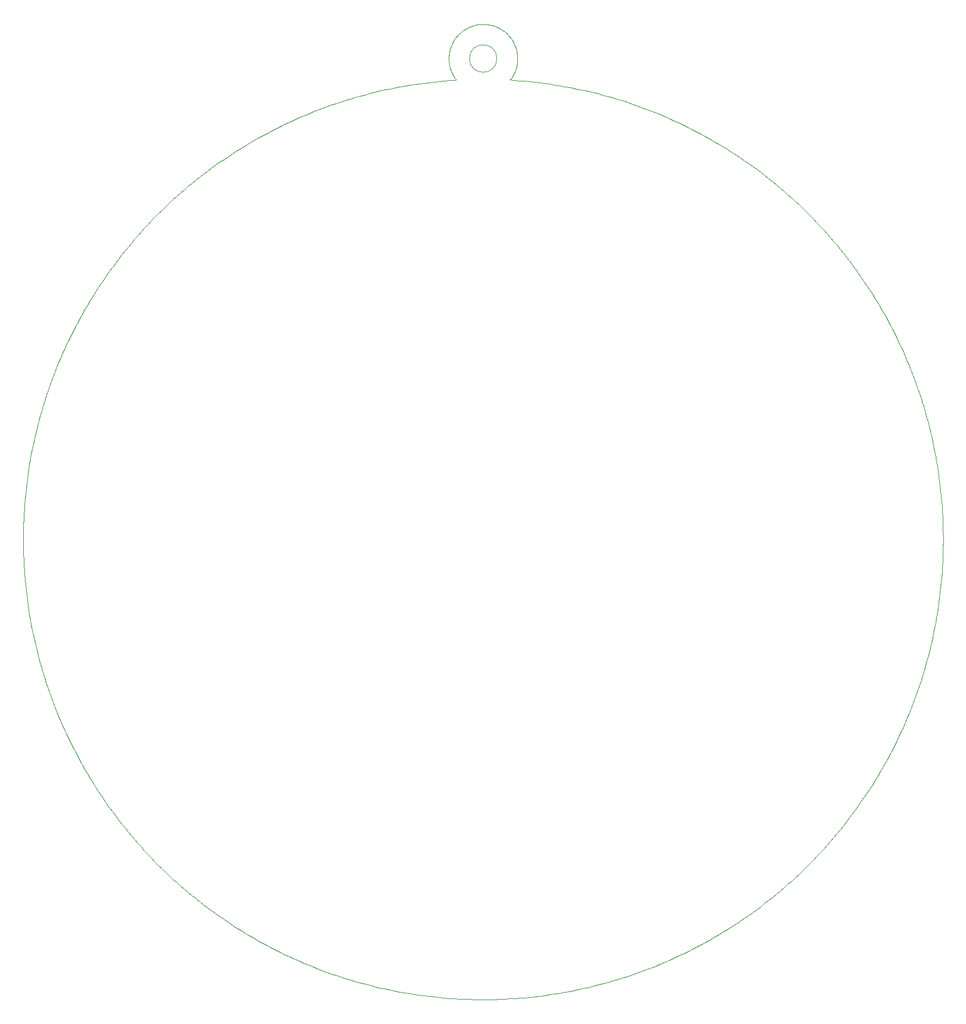
<source format=gbr>
%TF.GenerationSoftware,KiCad,Pcbnew,9.0.6-9.0.6~ubuntu24.04.1*%
%TF.CreationDate,2025-12-14T21:08:24-05:00*%
%TF.ProjectId,haxmas day 2,6861786d-6173-4206-9461-7920322e6b69,rev?*%
%TF.SameCoordinates,Original*%
%TF.FileFunction,Profile,NP*%
%FSLAX46Y46*%
G04 Gerber Fmt 4.6, Leading zero omitted, Abs format (unit mm)*
G04 Created by KiCad (PCBNEW 9.0.6-9.0.6~ubuntu24.04.1) date 2025-12-14 21:08:24*
%MOMM*%
%LPD*%
G01*
G04 APERTURE LIST*
%TA.AperFunction,Profile*%
%ADD10C,0.050000*%
%TD*%
G04 APERTURE END LIST*
D10*
X150150069Y-25001752D02*
X150349926Y-25011758D01*
X150549224Y-25029753D01*
X150747642Y-25055707D01*
X150944862Y-25089578D01*
X151140570Y-25131314D01*
X151334451Y-25180846D01*
X151526195Y-25238095D01*
X151715495Y-25302971D01*
X151902047Y-25375368D01*
X152085554Y-25455171D01*
X152265721Y-25542252D01*
X152442259Y-25636472D01*
X152614887Y-25737680D01*
X152783327Y-25845713D01*
X152947310Y-25960400D01*
X153106573Y-26081555D01*
X153260861Y-26208985D01*
X153409927Y-26342486D01*
X153553532Y-26481845D01*
X153691447Y-26626837D01*
X153823450Y-26777231D01*
X153949330Y-26932787D01*
X154068886Y-27093254D01*
X154181926Y-27258376D01*
X154288268Y-27427888D01*
X154387744Y-27601520D01*
X154480193Y-27778992D01*
X154565467Y-27960021D01*
X154643430Y-28144317D01*
X154713958Y-28331585D01*
X154776936Y-28521524D01*
X154832264Y-28713831D01*
X154879854Y-28908198D01*
X154919629Y-29104313D01*
X154951526Y-29301863D01*
X154975493Y-29500531D01*
X154991493Y-29699998D01*
X154999499Y-29899946D01*
X155000000Y-30000000D01*
X154999499Y-30100054D01*
X154991493Y-30300002D01*
X154975493Y-30499469D01*
X154951526Y-30698137D01*
X154919629Y-30895687D01*
X154879854Y-31091802D01*
X154832264Y-31286169D01*
X154776936Y-31478476D01*
X154713958Y-31668415D01*
X154643430Y-31855683D01*
X154565467Y-32039979D01*
X154480193Y-32221008D01*
X154387744Y-32398480D01*
X154288268Y-32572112D01*
X154181926Y-32741624D01*
X154068886Y-32906746D01*
X153949330Y-33067213D01*
X153911376Y-33114113D01*
X154572276Y-33155694D01*
X155302415Y-33209646D01*
X156031920Y-33271573D01*
X156760706Y-33341468D01*
X157488684Y-33419323D01*
X158215768Y-33505127D01*
X158941871Y-33598871D01*
X159666907Y-33700544D01*
X160390788Y-33810133D01*
X161113428Y-33927625D01*
X161834741Y-34053007D01*
X162554642Y-34186263D01*
X163273043Y-34327378D01*
X163989859Y-34476334D01*
X164705005Y-34633114D01*
X165418395Y-34797699D01*
X166129944Y-34970069D01*
X166839567Y-35150205D01*
X167547180Y-35338083D01*
X168252697Y-35533683D01*
X168956034Y-35736980D01*
X169657109Y-35947950D01*
X170355836Y-36166569D01*
X171052132Y-36392809D01*
X171745915Y-36626645D01*
X172437101Y-36868047D01*
X173125609Y-37116988D01*
X173811355Y-37373437D01*
X174494257Y-37637364D01*
X175174235Y-37908737D01*
X175851207Y-38187525D01*
X176525093Y-38473693D01*
X177195811Y-38767207D01*
X177863282Y-39068034D01*
X178527425Y-39376135D01*
X179188163Y-39691475D01*
X179845415Y-40014017D01*
X180499104Y-40343721D01*
X181149151Y-40680548D01*
X181795479Y-41024458D01*
X182438010Y-41375410D01*
X183076668Y-41733362D01*
X183711376Y-42098272D01*
X184342059Y-42470095D01*
X184968642Y-42848787D01*
X185591049Y-43234304D01*
X186209206Y-43626598D01*
X186823040Y-44025624D01*
X187432477Y-44431334D01*
X188037444Y-44843678D01*
X188637870Y-45262609D01*
X189233682Y-45688075D01*
X189824809Y-46120026D01*
X190411182Y-46558411D01*
X190992728Y-47003177D01*
X191569381Y-47454271D01*
X192141069Y-47911640D01*
X192707726Y-48375227D01*
X193269283Y-48844980D01*
X193825674Y-49320840D01*
X194376832Y-49802751D01*
X194922691Y-50290656D01*
X195463186Y-50784497D01*
X195998253Y-51284214D01*
X196527827Y-51789749D01*
X197051845Y-52301039D01*
X197570246Y-52818025D01*
X198082966Y-53340645D01*
X198589945Y-53868836D01*
X199091122Y-54402536D01*
X199586438Y-54941680D01*
X200075832Y-55486204D01*
X200559248Y-56036043D01*
X201036626Y-56591132D01*
X201507910Y-57151404D01*
X201973044Y-57716792D01*
X202431973Y-58287229D01*
X202884640Y-58862647D01*
X203330993Y-59442977D01*
X203770979Y-60028149D01*
X204204543Y-60618094D01*
X204631636Y-61212742D01*
X205052205Y-61812021D01*
X205466200Y-62415859D01*
X205873573Y-63024186D01*
X206274274Y-63636927D01*
X206668256Y-64254011D01*
X207055472Y-64875362D01*
X207435874Y-65500908D01*
X207809419Y-66130573D01*
X208176061Y-66764282D01*
X208535756Y-67401960D01*
X208888462Y-68043530D01*
X209234137Y-68688915D01*
X209572739Y-69338040D01*
X209904227Y-69990825D01*
X210228563Y-70647194D01*
X210545707Y-71307068D01*
X210855622Y-71970367D01*
X211158270Y-72637014D01*
X211453616Y-73306928D01*
X211741624Y-73980029D01*
X212022259Y-74656237D01*
X212295489Y-75335471D01*
X212561281Y-76017650D01*
X212819603Y-76702693D01*
X213070423Y-77390517D01*
X213313713Y-78081042D01*
X213549443Y-78774183D01*
X213777585Y-79469859D01*
X213998111Y-80167986D01*
X214210996Y-80868481D01*
X214416214Y-81571261D01*
X214613740Y-82276241D01*
X214803551Y-82983338D01*
X214985624Y-83692466D01*
X215159938Y-84403542D01*
X215326471Y-85116479D01*
X215485204Y-85831194D01*
X215636118Y-86547601D01*
X215779194Y-87265614D01*
X215914417Y-87985148D01*
X216041768Y-88706116D01*
X216161235Y-89428433D01*
X216272801Y-90152012D01*
X216376454Y-90876766D01*
X216472181Y-91602611D01*
X216559971Y-92329458D01*
X216639814Y-93057220D01*
X216711700Y-93785812D01*
X216775620Y-94515146D01*
X216831566Y-95245135D01*
X216879533Y-95975691D01*
X216919514Y-96706728D01*
X216951505Y-97438159D01*
X216975501Y-98169895D01*
X216991500Y-98901849D01*
X216999500Y-99633935D01*
X217000000Y-100000000D01*
X216999500Y-100366065D01*
X216991500Y-101098151D01*
X216975501Y-101830105D01*
X216951505Y-102561841D01*
X216919514Y-103293272D01*
X216879533Y-104024309D01*
X216831566Y-104754865D01*
X216775620Y-105484854D01*
X216711700Y-106214188D01*
X216639814Y-106942780D01*
X216559971Y-107670542D01*
X216472181Y-108397389D01*
X216376454Y-109123234D01*
X216272801Y-109847988D01*
X216161235Y-110571567D01*
X216041768Y-111293884D01*
X215914417Y-112014852D01*
X215779194Y-112734386D01*
X215636118Y-113452399D01*
X215485204Y-114168806D01*
X215326471Y-114883521D01*
X215159938Y-115596458D01*
X214985624Y-116307534D01*
X214803551Y-117016662D01*
X214613740Y-117723759D01*
X214416214Y-118428739D01*
X214210996Y-119131519D01*
X213998111Y-119832014D01*
X213777585Y-120530141D01*
X213549443Y-121225817D01*
X213313713Y-121918958D01*
X213070423Y-122609483D01*
X212819603Y-123297307D01*
X212561281Y-123982350D01*
X212295489Y-124664529D01*
X212022259Y-125343763D01*
X211741624Y-126019971D01*
X211453616Y-126693072D01*
X211158270Y-127362986D01*
X210855622Y-128029633D01*
X210545707Y-128692932D01*
X210228563Y-129352806D01*
X209904227Y-130009175D01*
X209572739Y-130661960D01*
X209234137Y-131311085D01*
X208888462Y-131956470D01*
X208535756Y-132598040D01*
X208176061Y-133235718D01*
X207809419Y-133869427D01*
X207435874Y-134499092D01*
X207055472Y-135124638D01*
X206668256Y-135745989D01*
X206274274Y-136363073D01*
X205873573Y-136975814D01*
X205466200Y-137584141D01*
X205052205Y-138187979D01*
X204631636Y-138787258D01*
X204204543Y-139381906D01*
X203770979Y-139971851D01*
X203330993Y-140557023D01*
X202884640Y-141137353D01*
X202431973Y-141712771D01*
X201973044Y-142283208D01*
X201507910Y-142848596D01*
X201036626Y-143408868D01*
X200559248Y-143963957D01*
X200075832Y-144513796D01*
X199586438Y-145058320D01*
X199091122Y-145597464D01*
X198589945Y-146131164D01*
X198082966Y-146659355D01*
X197570246Y-147181975D01*
X197051845Y-147698961D01*
X196527827Y-148210251D01*
X195998253Y-148715786D01*
X195463186Y-149215503D01*
X194922691Y-149709344D01*
X194376832Y-150197249D01*
X193825674Y-150679160D01*
X193269283Y-151155020D01*
X192707726Y-151624773D01*
X192141069Y-152088360D01*
X191569381Y-152545729D01*
X190992728Y-152996823D01*
X190411182Y-153441589D01*
X189824809Y-153879974D01*
X189233682Y-154311925D01*
X188637870Y-154737391D01*
X188037444Y-155156322D01*
X187432477Y-155568666D01*
X186823040Y-155974376D01*
X186209206Y-156373402D01*
X185591049Y-156765696D01*
X184968642Y-157151213D01*
X184342059Y-157529905D01*
X183711376Y-157901728D01*
X183076668Y-158266638D01*
X182438010Y-158624590D01*
X181795479Y-158975542D01*
X181149151Y-159319452D01*
X180499104Y-159656279D01*
X179845415Y-159985983D01*
X179188163Y-160308525D01*
X178527425Y-160623865D01*
X177863282Y-160931966D01*
X177195811Y-161232793D01*
X176525093Y-161526307D01*
X175851207Y-161812475D01*
X175174235Y-162091263D01*
X174494257Y-162362636D01*
X173811355Y-162626563D01*
X173125609Y-162883012D01*
X172437101Y-163131953D01*
X171745915Y-163373355D01*
X171052132Y-163607191D01*
X170355836Y-163833431D01*
X169657109Y-164052050D01*
X168956034Y-164263020D01*
X168252697Y-164466317D01*
X167547180Y-164661917D01*
X166839567Y-164849795D01*
X166129944Y-165029931D01*
X165418395Y-165202301D01*
X164705005Y-165366886D01*
X163989859Y-165523666D01*
X163273043Y-165672622D01*
X162554642Y-165813737D01*
X161834741Y-165946993D01*
X161113428Y-166072375D01*
X160390788Y-166189867D01*
X159666907Y-166299456D01*
X158941871Y-166401129D01*
X158215768Y-166494873D01*
X157488684Y-166580677D01*
X156760706Y-166658532D01*
X156031920Y-166728427D01*
X155302415Y-166790354D01*
X154572276Y-166844306D01*
X153841591Y-166890277D01*
X153110447Y-166928261D01*
X152378933Y-166958253D01*
X151647134Y-166980250D01*
X150915138Y-166994250D01*
X150183033Y-167000250D01*
X149450906Y-166998250D01*
X148718845Y-166988250D01*
X147986937Y-166970251D01*
X147255269Y-166944256D01*
X146523929Y-166910268D01*
X145793004Y-166868290D01*
X145062581Y-166818328D01*
X144332748Y-166760387D01*
X143603591Y-166694475D01*
X142875199Y-166620599D01*
X142147657Y-166538768D01*
X141421052Y-166448993D01*
X140695472Y-166351283D01*
X139971003Y-166245651D01*
X139247732Y-166132108D01*
X138525744Y-166010669D01*
X137805126Y-165881348D01*
X137085965Y-165744161D01*
X136368345Y-165599123D01*
X135652354Y-165446253D01*
X134938075Y-165285568D01*
X134225595Y-165117088D01*
X133514998Y-164940832D01*
X132806370Y-164756823D01*
X132099795Y-164565081D01*
X131395357Y-164365629D01*
X130693140Y-164158493D01*
X129993229Y-163943695D01*
X129295707Y-163721262D01*
X128600657Y-163491221D01*
X127908162Y-163253598D01*
X127218305Y-163008423D01*
X126531168Y-162755724D01*
X125846834Y-162495532D01*
X125165383Y-162227878D01*
X124486898Y-161952794D01*
X123811459Y-161670312D01*
X123139147Y-161380466D01*
X122470043Y-161083291D01*
X121804226Y-160778823D01*
X121141775Y-160467097D01*
X120482770Y-160148152D01*
X119827290Y-159822024D01*
X119175412Y-159488754D01*
X118527215Y-159148380D01*
X117882776Y-158800943D01*
X117242172Y-158446486D01*
X116605480Y-158085050D01*
X115972775Y-157716678D01*
X115344132Y-157341415D01*
X114719628Y-156959305D01*
X114099337Y-156570393D01*
X113483332Y-156174727D01*
X112871687Y-155772353D01*
X112264476Y-155363320D01*
X111661771Y-154947677D01*
X111063643Y-154525472D01*
X110470164Y-154096757D01*
X109881406Y-153661582D01*
X109297438Y-153220000D01*
X108718329Y-152772063D01*
X108144150Y-152317825D01*
X107574969Y-151857340D01*
X107010854Y-151390664D01*
X106451871Y-150917850D01*
X105898089Y-150438957D01*
X105349572Y-149954042D01*
X104806387Y-149463161D01*
X104268598Y-148966375D01*
X103736270Y-148463742D01*
X103209466Y-147955322D01*
X102688248Y-147441176D01*
X102172680Y-146921365D01*
X101662823Y-146395952D01*
X101158737Y-145864998D01*
X100660484Y-145328569D01*
X100168121Y-144786727D01*
X99681709Y-144239537D01*
X99201305Y-143687064D01*
X98726967Y-143129376D01*
X98258750Y-142566537D01*
X97796712Y-141998616D01*
X97340908Y-141425680D01*
X96891390Y-140847798D01*
X96448215Y-140265038D01*
X96011433Y-139677471D01*
X95581098Y-139085165D01*
X95157261Y-138488193D01*
X94739973Y-137886625D01*
X94329282Y-137280534D01*
X93925239Y-136669991D01*
X93527892Y-136055069D01*
X93137287Y-135435842D01*
X92753473Y-134812384D01*
X92376493Y-134184770D01*
X92006395Y-133553073D01*
X91643220Y-132917370D01*
X91287014Y-132277737D01*
X90937819Y-131634250D01*
X90595676Y-130986985D01*
X90260625Y-130336020D01*
X89932708Y-129681433D01*
X89611964Y-129023302D01*
X89298430Y-128361706D01*
X88992144Y-127696723D01*
X88693142Y-127028433D01*
X88401461Y-126356915D01*
X88117135Y-125682251D01*
X87840198Y-125004519D01*
X87570683Y-124323803D01*
X87308622Y-123640181D01*
X87054048Y-122953738D01*
X86806989Y-122264553D01*
X86567475Y-121572710D01*
X86335536Y-120878291D01*
X86111199Y-120181379D01*
X85894490Y-119482057D01*
X85685435Y-118780409D01*
X85484060Y-118076519D01*
X85290389Y-117370470D01*
X85104444Y-116662347D01*
X84926248Y-115952234D01*
X84755822Y-115240217D01*
X84593186Y-114526380D01*
X84438361Y-113810808D01*
X84291363Y-113093588D01*
X84152212Y-112374804D01*
X84020923Y-111654542D01*
X83897512Y-110932889D01*
X83781994Y-110209930D01*
X83674383Y-109485753D01*
X83574691Y-108760442D01*
X83482931Y-108034086D01*
X83399113Y-107306770D01*
X83323248Y-106578582D01*
X83255344Y-105849608D01*
X83195410Y-105119936D01*
X83143452Y-104389652D01*
X83099478Y-103658845D01*
X83063492Y-102927600D01*
X83035498Y-102196006D01*
X83015500Y-101464150D01*
X83003500Y-100732119D01*
X82999500Y-100000000D01*
X83003500Y-99267881D01*
X83015500Y-98535850D01*
X83035498Y-97803994D01*
X83063492Y-97072400D01*
X83099478Y-96341155D01*
X83143452Y-95610348D01*
X83195410Y-94880064D01*
X83255344Y-94150392D01*
X83323248Y-93421418D01*
X83399113Y-92693230D01*
X83482931Y-91965914D01*
X83574691Y-91239558D01*
X83674383Y-90514247D01*
X83781994Y-89790070D01*
X83897512Y-89067111D01*
X84020923Y-88345458D01*
X84152212Y-87625196D01*
X84291363Y-86906412D01*
X84438361Y-86189192D01*
X84593186Y-85473620D01*
X84755822Y-84759783D01*
X84926248Y-84047766D01*
X85104444Y-83337653D01*
X85290389Y-82629530D01*
X85484060Y-81923481D01*
X85685435Y-81219591D01*
X85894490Y-80517943D01*
X86111199Y-79818621D01*
X86335536Y-79121709D01*
X86567475Y-78427290D01*
X86806989Y-77735447D01*
X87054048Y-77046262D01*
X87308622Y-76359819D01*
X87570683Y-75676197D01*
X87840198Y-74995481D01*
X88117135Y-74317749D01*
X88401461Y-73643085D01*
X88693142Y-72971567D01*
X88992144Y-72303277D01*
X89298430Y-71638294D01*
X89611964Y-70976698D01*
X89932708Y-70318567D01*
X90260625Y-69663980D01*
X90595676Y-69013015D01*
X90937819Y-68365750D01*
X91287014Y-67722263D01*
X91643220Y-67082630D01*
X92006395Y-66446927D01*
X92376493Y-65815230D01*
X92753473Y-65187616D01*
X93137287Y-64564158D01*
X93527892Y-63944931D01*
X93925239Y-63330009D01*
X94329282Y-62719466D01*
X94739973Y-62113375D01*
X95157261Y-61511807D01*
X95581098Y-60914835D01*
X96011433Y-60322529D01*
X96448215Y-59734962D01*
X96891390Y-59152202D01*
X97340908Y-58574320D01*
X97796712Y-58001384D01*
X98258750Y-57433463D01*
X98726967Y-56870624D01*
X99201305Y-56312936D01*
X99681709Y-55760463D01*
X100168121Y-55213273D01*
X100660484Y-54671431D01*
X101158737Y-54135002D01*
X101662823Y-53604048D01*
X102172680Y-53078635D01*
X102688248Y-52558824D01*
X103209466Y-52044678D01*
X103736270Y-51536258D01*
X104268598Y-51033625D01*
X104806387Y-50536839D01*
X105349572Y-50045958D01*
X105898089Y-49561043D01*
X106451871Y-49082150D01*
X107010854Y-48609336D01*
X107574969Y-48142660D01*
X108144150Y-47682175D01*
X108718329Y-47227937D01*
X109297438Y-46780000D01*
X109881406Y-46338418D01*
X110470164Y-45903243D01*
X111063643Y-45474528D01*
X111661771Y-45052323D01*
X112264476Y-44636680D01*
X112871687Y-44227647D01*
X113483332Y-43825273D01*
X114099337Y-43429607D01*
X114719628Y-43040695D01*
X115344132Y-42658585D01*
X115972775Y-42283322D01*
X116605480Y-41914950D01*
X117242172Y-41553514D01*
X117882776Y-41199057D01*
X118527215Y-40851620D01*
X119175412Y-40511246D01*
X119827290Y-40177976D01*
X120482770Y-39851848D01*
X121141775Y-39532903D01*
X121804226Y-39221177D01*
X122470043Y-38916709D01*
X123139147Y-38619534D01*
X123811459Y-38329688D01*
X124486898Y-38047206D01*
X125165383Y-37772122D01*
X125846834Y-37504468D01*
X126531168Y-37244276D01*
X127218305Y-36991577D01*
X127908162Y-36746402D01*
X128600657Y-36508779D01*
X129295707Y-36278738D01*
X129993229Y-36056305D01*
X130693140Y-35841507D01*
X131395357Y-35634371D01*
X132099795Y-35434919D01*
X132806370Y-35243177D01*
X133514998Y-35059168D01*
X134225595Y-34882912D01*
X134938075Y-34714432D01*
X135652354Y-34553747D01*
X136368345Y-34400877D01*
X137085965Y-34255839D01*
X137805126Y-34118652D01*
X138525744Y-33989331D01*
X139247732Y-33867892D01*
X139971003Y-33754349D01*
X140695472Y-33648717D01*
X141421052Y-33551007D01*
X142147657Y-33461232D01*
X142875199Y-33379401D01*
X143603591Y-33305525D01*
X144332748Y-33239613D01*
X145062581Y-33181672D01*
X145793004Y-33131710D01*
X146088833Y-33114720D01*
X145990089Y-32987578D01*
X145873768Y-32824751D01*
X145764055Y-32657400D01*
X145661125Y-32485794D01*
X145565144Y-32310207D01*
X145476264Y-32130920D01*
X145394629Y-31948221D01*
X145320369Y-31762402D01*
X145253603Y-31573761D01*
X145194438Y-31382599D01*
X145142969Y-31189223D01*
X145099277Y-30993943D01*
X145063434Y-30797071D01*
X145035496Y-30598923D01*
X145015509Y-30399816D01*
X145003503Y-30200068D01*
X144999500Y-30000000D01*
X145003503Y-29799932D01*
X145015509Y-29600184D01*
X145035496Y-29401077D01*
X145063434Y-29202929D01*
X145099277Y-29006057D01*
X145142969Y-28810777D01*
X145194438Y-28617401D01*
X145253603Y-28426239D01*
X145320369Y-28237598D01*
X145394629Y-28051779D01*
X145476264Y-27869080D01*
X145565144Y-27689793D01*
X145661125Y-27514206D01*
X145764055Y-27342600D01*
X145873768Y-27175249D01*
X145990089Y-27012422D01*
X146112832Y-26854379D01*
X146241799Y-26701374D01*
X146376785Y-26553651D01*
X146517574Y-26411447D01*
X146663939Y-26274990D01*
X146815646Y-26144498D01*
X146972453Y-26020181D01*
X147134108Y-25902236D01*
X147300353Y-25790854D01*
X147470921Y-25686213D01*
X147645539Y-25588479D01*
X147823927Y-25497810D01*
X148005800Y-25414351D01*
X148190867Y-25338236D01*
X148378831Y-25269586D01*
X148569391Y-25208511D01*
X148762242Y-25155110D01*
X148957075Y-25109467D01*
X149153579Y-25071656D01*
X149351437Y-25041737D01*
X149550335Y-25019758D01*
X149749952Y-25005755D01*
X149949970Y-24999750D01*
X150150069Y-25001752D01*
X152000000Y-30000000D02*
G75*
G02*
X148000000Y-30000000I-2000000J0D01*
G01*
X148000000Y-30000000D02*
G75*
G02*
X152000000Y-30000000I2000000J0D01*
G01*
M02*

</source>
